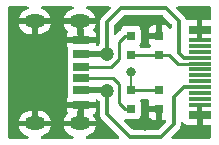
<source format=gbr>
%TF.GenerationSoftware,KiCad,Pcbnew,7.0.10*%
%TF.CreationDate,2024-06-03T15:36:03+09:00*%
%TF.ProjectId,JUICEJACK-DEFENDER,4a554943-454a-4414-934b-2d444546454e,rev?*%
%TF.SameCoordinates,PX6422c40PY592b260*%
%TF.FileFunction,Copper,L1,Top*%
%TF.FilePolarity,Positive*%
%FSLAX46Y46*%
G04 Gerber Fmt 4.6, Leading zero omitted, Abs format (unit mm)*
G04 Created by KiCad (PCBNEW 7.0.10) date 2024-06-03 15:36:03*
%MOMM*%
%LPD*%
G01*
G04 APERTURE LIST*
%TA.AperFunction,SMDPad,CuDef*%
%ADD10R,1.400000X0.700000*%
%TD*%
%TA.AperFunction,SMDPad,CuDef*%
%ADD11R,1.400000X0.760000*%
%TD*%
%TA.AperFunction,SMDPad,CuDef*%
%ADD12R,1.400000X0.800000*%
%TD*%
%TA.AperFunction,ComponentPad*%
%ADD13O,1.750000X1.150000*%
%TD*%
%TA.AperFunction,SMDPad,CuDef*%
%ADD14R,0.800000X0.800000*%
%TD*%
%TA.AperFunction,SMDPad,CuDef*%
%ADD15R,1.900000X0.300000*%
%TD*%
%TA.AperFunction,SMDPad,CuDef*%
%ADD16R,1.900000X0.700000*%
%TD*%
%TA.AperFunction,ViaPad*%
%ADD17C,0.800000*%
%TD*%
%TA.AperFunction,ViaPad*%
%ADD18C,1.200000*%
%TD*%
%TA.AperFunction,Conductor*%
%ADD19C,0.250000*%
%TD*%
%TA.AperFunction,Conductor*%
%ADD20C,0.200000*%
%TD*%
%TA.AperFunction,Conductor*%
%ADD21C,0.500000*%
%TD*%
%TA.AperFunction,Conductor*%
%ADD22C,0.300000*%
%TD*%
G04 APERTURE END LIST*
D10*
%TO.P,CN2,A5,CC1*%
%TO.N,/CC1*%
X6600000Y6500000D03*
D11*
%TO.P,CN2,A9,VBUS*%
%TO.N,VDD*%
X6600000Y4480000D03*
D12*
%TO.P,CN2,A12,GND*%
%TO.N,GND*%
X6600000Y3250000D03*
D10*
%TO.P,CN2,B5,CC2*%
%TO.N,/CC2*%
X6600000Y5500000D03*
D11*
%TO.P,CN2,B9,VBUS*%
%TO.N,VDD*%
X6600000Y7520000D03*
D12*
%TO.P,CN2,B12,GND*%
%TO.N,GND*%
X6600000Y8750000D03*
D13*
%TO.P,CN2,SH1,GND*%
X6450000Y10320000D03*
%TO.P,CN2,SH2,GND*%
X6450000Y1680000D03*
%TO.P,CN2,SH3,GND*%
X2650000Y10320000D03*
%TO.P,CN2,SH4,GND*%
X2650000Y1680000D03*
%TD*%
D14*
%TO.P,R2,1,1*%
%TO.N,/CC2-PLUG*%
X13200000Y4500000D03*
%TO.P,R2,2,2*%
%TO.N,GND*%
X13200000Y2900000D03*
%TD*%
D15*
%TO.P,CN1,A1,GND*%
%TO.N,GND*%
X16600000Y8750000D03*
%TO.P,CN1,A2,TX1+*%
%TO.N,unconnected-(CN1-TX1+-PadA2)*%
X16600000Y8250000D03*
%TO.P,CN1,A3,TX1-*%
%TO.N,unconnected-(CN1-TX1--PadA3)*%
X16600000Y7750000D03*
%TO.P,CN1,A4,VBUS*%
%TO.N,VDD*%
X16600000Y7250000D03*
%TO.P,CN1,A5,CC1*%
%TO.N,/CC1-PLUG*%
X16600000Y6750000D03*
%TO.P,CN1,A6,D1+*%
%TO.N,unconnected-(CN1-D1+-PadA6)*%
X16600000Y6250000D03*
%TO.P,CN1,A7,D1-*%
%TO.N,unconnected-(CN1-D1--PadA7)*%
X16600000Y5750000D03*
%TO.P,CN1,A8,SBU1*%
%TO.N,unconnected-(CN1-SBU1-PadA8)*%
X16600000Y5250000D03*
%TO.P,CN1,A9,VBUS*%
%TO.N,VDD*%
X16600000Y4750000D03*
%TO.P,CN1,A10,RX2-*%
%TO.N,unconnected-(CN1-RX2--PadA10)*%
X16600000Y4250000D03*
%TO.P,CN1,A11,RX2+*%
%TO.N,unconnected-(CN1-RX2+-PadA11)*%
X16600000Y3750000D03*
%TO.P,CN1,A12,GND*%
%TO.N,GND*%
X16600000Y3250000D03*
D16*
%TO.P,CN1,SH1,GND*%
X16600000Y2400000D03*
%TO.P,CN1,SH2,GND*%
X16600000Y9600000D03*
%TD*%
D14*
%TO.P,R3,1,1*%
%TO.N,/CC1-PLUG*%
X10800000Y7500000D03*
%TO.P,R3,2,2*%
%TO.N,/CC1*%
X10800000Y9100000D03*
%TD*%
%TO.P,R4,1,1*%
%TO.N,/CC2-PLUG*%
X10800000Y4500000D03*
%TO.P,R4,2,2*%
%TO.N,/CC2*%
X10800000Y2900000D03*
%TD*%
%TO.P,R1,1,1*%
%TO.N,/CC1-PLUG*%
X13200000Y7500000D03*
%TO.P,R1,2,2*%
%TO.N,GND*%
X13200000Y9100000D03*
%TD*%
D17*
%TO.N,GND*%
X4500000Y4500000D03*
X4500000Y7500000D03*
X12000000Y1500000D03*
X12050000Y10400000D03*
X16600000Y11000000D03*
X16600000Y1000000D03*
D18*
%TO.N,VDD*%
X8750000Y7520000D03*
X8750000Y4450000D03*
D17*
%TO.N,/CC2-PLUG*%
X10800000Y6050000D03*
%TD*%
D19*
%TO.N,/CC1-PLUG*%
X14800000Y6750000D02*
X16600000Y6750000D01*
X14050000Y7500000D02*
X14800000Y6750000D01*
X13200000Y7500000D02*
X14050000Y7500000D01*
%TO.N,/CC2-PLUG*%
X10800000Y4500000D02*
X13200000Y4500000D01*
D20*
X10800000Y6050000D02*
X10800000Y4500000D01*
D21*
%TO.N,GND*%
X4500000Y8400000D02*
X4500000Y7500000D01*
X6600000Y8750000D02*
X4850000Y8750000D01*
X4850000Y8750000D02*
X4500000Y8400000D01*
X4500000Y3500000D02*
X4500000Y4500000D01*
X4750000Y3250000D02*
X4500000Y3500000D01*
X6600000Y3250000D02*
X4750000Y3250000D01*
D19*
%TO.N,/CC1*%
X9100000Y6500000D02*
X6765000Y6500000D01*
X9750000Y8600000D02*
X9750000Y7150000D01*
X10250000Y9100000D02*
X9750000Y8600000D01*
X10800000Y9100000D02*
X10250000Y9100000D01*
X9750000Y7150000D02*
X9100000Y6500000D01*
%TO.N,/CC2*%
X9750000Y5000000D02*
X9250000Y5500000D01*
X9750000Y3400000D02*
X9750000Y5000000D01*
X10250000Y2900000D02*
X9750000Y3400000D01*
X10800000Y2900000D02*
X10250000Y2900000D01*
X9250000Y5500000D02*
X6765000Y5500000D01*
%TO.N,/CC1-PLUG*%
X10800000Y7500000D02*
X13200000Y7500000D01*
%TO.N,GND*%
X13200000Y1650000D02*
X13200000Y2700000D01*
X13150000Y1600000D02*
X13200000Y1650000D01*
X12000000Y1600000D02*
X13150000Y1600000D01*
X13200000Y10200000D02*
X13200000Y9300000D01*
X12050000Y10350000D02*
X13050000Y10350000D01*
X13050000Y10350000D02*
X13200000Y10200000D01*
D22*
X16600000Y2400000D02*
X16600000Y1000000D01*
X16600000Y9600000D02*
X16600000Y11000000D01*
%TO.N,VDD*%
X15250000Y4750000D02*
X16700000Y4750000D01*
X14400000Y3900000D02*
X15250000Y4750000D01*
X13350000Y550000D02*
X14400000Y1600000D01*
X14400000Y1600000D02*
X14400000Y3900000D01*
X10700000Y550000D02*
X13350000Y550000D01*
X8750000Y2500000D02*
X10700000Y550000D01*
X8750000Y4450000D02*
X8750000Y2500000D01*
X14850000Y10350000D02*
X14850000Y7650000D01*
X15250000Y7250000D02*
X16700000Y7250000D01*
X9950000Y11450000D02*
X13750000Y11450000D01*
X13750000Y11450000D02*
X14850000Y10350000D01*
X14850000Y7650000D02*
X15250000Y7250000D01*
X8750000Y7550000D02*
X8750000Y10250000D01*
X8750000Y10250000D02*
X9950000Y11450000D01*
D21*
%TO.N,GND*%
X6600000Y3250000D02*
X6450000Y3100000D01*
X6600000Y8750000D02*
X7000000Y8750000D01*
X6450000Y8900000D02*
X6600000Y8750000D01*
D22*
X16600000Y2400000D02*
X16600000Y3250000D01*
D21*
X16600000Y2400000D02*
X16600000Y1250000D01*
D22*
X16600000Y8750000D02*
X16600000Y9600000D01*
D21*
%TO.N,VDD*%
X8750000Y7550000D02*
X6720000Y7550000D01*
X6690000Y7520000D02*
X6765000Y7520000D01*
X8720000Y4480000D02*
X6765000Y4480000D01*
X6720000Y7550000D02*
X6690000Y7520000D01*
X8750000Y4450000D02*
X8720000Y4480000D01*
%TD*%
%TA.AperFunction,Conductor*%
%TO.N,GND*%
G36*
X2096501Y11579815D02*
G01*
X2142256Y11527011D01*
X2152200Y11457853D01*
X2123175Y11394297D01*
X2064397Y11356523D01*
X1948648Y11322537D01*
X1766162Y11228459D01*
X1604793Y11101556D01*
X1604790Y11101552D01*
X1470345Y10946396D01*
X1367699Y10768607D01*
X1300550Y10574596D01*
X1299889Y10570000D01*
X2135517Y10570000D01*
X2064199Y10485007D01*
X2025000Y10377306D01*
X2025000Y10262694D01*
X2064199Y10154993D01*
X2135517Y10070000D01*
X1304468Y10070000D01*
X1329503Y9966805D01*
X1414787Y9780057D01*
X1414789Y9780053D01*
X1533870Y9612827D01*
X1533875Y9612821D01*
X1682456Y9471149D01*
X1855165Y9360156D01*
X2045761Y9283853D01*
X2247349Y9245000D01*
X2400000Y9245000D01*
X2400000Y9995000D01*
X2900000Y9995000D01*
X2900000Y9245000D01*
X3001205Y9245000D01*
X3154370Y9259626D01*
X3154374Y9259627D01*
X3351351Y9317464D01*
X3533837Y9411542D01*
X3695206Y9538445D01*
X3695209Y9538449D01*
X3829654Y9693605D01*
X3932300Y9871394D01*
X3999449Y10065405D01*
X4000111Y10070000D01*
X3164483Y10070000D01*
X3235801Y10154993D01*
X3275000Y10262694D01*
X3275000Y10377306D01*
X3235801Y10485007D01*
X3164483Y10570000D01*
X3995532Y10570000D01*
X3995531Y10570001D01*
X3970496Y10673196D01*
X3885212Y10859944D01*
X3885210Y10859948D01*
X3766129Y11027174D01*
X3766124Y11027180D01*
X3617543Y11168852D01*
X3444834Y11279845D01*
X3254240Y11356147D01*
X3252961Y11356522D01*
X3252397Y11356885D01*
X3248756Y11358342D01*
X3249036Y11359044D01*
X3194182Y11394296D01*
X3165156Y11457851D01*
X3175099Y11527010D01*
X3220853Y11579814D01*
X3287892Y11599500D01*
X5829462Y11599500D01*
X5896501Y11579815D01*
X5942256Y11527011D01*
X5952200Y11457853D01*
X5923175Y11394297D01*
X5864397Y11356523D01*
X5748648Y11322537D01*
X5566162Y11228459D01*
X5404793Y11101556D01*
X5404790Y11101552D01*
X5270345Y10946396D01*
X5167699Y10768607D01*
X5100550Y10574596D01*
X5099889Y10570000D01*
X5935517Y10570000D01*
X5864199Y10485007D01*
X5825000Y10377306D01*
X5825000Y10262694D01*
X5864199Y10154993D01*
X5935517Y10070000D01*
X5104468Y10070000D01*
X5129503Y9966805D01*
X5214787Y9780057D01*
X5214789Y9780053D01*
X5333870Y9612827D01*
X5333875Y9612821D01*
X5425974Y9525005D01*
X5460909Y9464496D01*
X5457584Y9394706D01*
X5456586Y9391930D01*
X5406403Y9257383D01*
X5406401Y9257373D01*
X5400000Y9197845D01*
X5400000Y9000000D01*
X6350000Y9000000D01*
X6350000Y9202000D01*
X6324000Y9202000D01*
X6256961Y9221685D01*
X6211206Y9274489D01*
X6200000Y9326000D01*
X6200000Y9995000D01*
X6700000Y9995000D01*
X6700000Y9693000D01*
X6726000Y9693000D01*
X6793039Y9673315D01*
X6838794Y9620511D01*
X6850000Y9569000D01*
X6850000Y9000000D01*
X7800000Y9000000D01*
X7800000Y9197828D01*
X7799999Y9197845D01*
X7793598Y9257373D01*
X7793596Y9257380D01*
X7743354Y9392087D01*
X7743350Y9392094D01*
X7657191Y9507186D01*
X7649131Y9513220D01*
X7607259Y9569154D01*
X7602275Y9638845D01*
X7627004Y9688241D01*
X7626228Y9688793D01*
X7629652Y9693603D01*
X7732300Y9871394D01*
X7799449Y10065405D01*
X7800111Y10070000D01*
X6964483Y10070000D01*
X7035801Y10154993D01*
X7075000Y10262694D01*
X7075000Y10377306D01*
X7035801Y10485007D01*
X6964483Y10570000D01*
X7795532Y10570000D01*
X7795531Y10570001D01*
X7770496Y10673196D01*
X7685212Y10859944D01*
X7685210Y10859948D01*
X7566129Y11027174D01*
X7566124Y11027180D01*
X7417543Y11168852D01*
X7244834Y11279845D01*
X7054240Y11356147D01*
X7052961Y11356522D01*
X7052397Y11356885D01*
X7048756Y11358342D01*
X7049036Y11359044D01*
X6994182Y11394296D01*
X6965156Y11457851D01*
X6975099Y11527010D01*
X7020853Y11579814D01*
X7087892Y11599500D01*
X8950903Y11599500D01*
X9017942Y11579815D01*
X9063697Y11527011D01*
X9073641Y11457853D01*
X9044616Y11394297D01*
X9038584Y11387819D01*
X8358965Y10708202D01*
X8346774Y10697510D01*
X8321718Y10678283D01*
X8297549Y10646787D01*
X8297550Y10646786D01*
X8225464Y10552842D01*
X8225461Y10552837D01*
X8164957Y10406766D01*
X8164955Y10406761D01*
X8144318Y10250002D01*
X8144318Y10250001D01*
X8148439Y10218699D01*
X8149500Y10202513D01*
X8149500Y8444803D01*
X8129815Y8377764D01*
X8104164Y8348949D01*
X8018499Y8278646D01*
X7954189Y8251334D01*
X7939835Y8250500D01*
X7924000Y8250500D01*
X7856961Y8270185D01*
X7811206Y8322989D01*
X7800000Y8374500D01*
X7800000Y8500000D01*
X5400000Y8500000D01*
X5400000Y8302156D01*
X5406401Y8242628D01*
X5406403Y8242621D01*
X5459746Y8099601D01*
X5457022Y8098586D01*
X5468746Y8044661D01*
X5462105Y8012570D01*
X5452355Y7984705D01*
X5452353Y7984695D01*
X5449500Y7954270D01*
X5449500Y7085731D01*
X5452353Y7055301D01*
X5452354Y7055297D01*
X5459123Y7035952D01*
X5462684Y6966174D01*
X5459123Y6954048D01*
X5452354Y6934704D01*
X5452353Y6934700D01*
X5449500Y6904270D01*
X5449500Y6095731D01*
X5452353Y6065306D01*
X5452354Y6065299D01*
X5460873Y6040953D01*
X5464434Y5971174D01*
X5460873Y5959047D01*
X5452354Y5934702D01*
X5452353Y5934695D01*
X5449500Y5904270D01*
X5449500Y5095731D01*
X5452353Y5065301D01*
X5452354Y5065297D01*
X5459123Y5045952D01*
X5462684Y4976174D01*
X5459123Y4964048D01*
X5452354Y4944704D01*
X5452353Y4944700D01*
X5449500Y4914270D01*
X5449500Y4045731D01*
X5452353Y4015306D01*
X5452355Y4015296D01*
X5462105Y3987430D01*
X5465666Y3917651D01*
X5459121Y3900631D01*
X5459746Y3900398D01*
X5406403Y3757380D01*
X5406401Y3757373D01*
X5400000Y3697845D01*
X5400000Y3500000D01*
X7800000Y3500000D01*
X7800000Y3608496D01*
X7819685Y3675535D01*
X7872489Y3721290D01*
X7941647Y3731234D01*
X8002664Y3704350D01*
X8003589Y3703591D01*
X8003590Y3703590D01*
X8037775Y3675535D01*
X8104164Y3621052D01*
X8143499Y3563306D01*
X8149500Y3525198D01*
X8149500Y2547488D01*
X8148439Y2531303D01*
X8144318Y2500002D01*
X8144318Y2500000D01*
X8149500Y2460640D01*
X8149500Y2460639D01*
X8164955Y2343240D01*
X8164956Y2343238D01*
X8225464Y2197159D01*
X8278066Y2128607D01*
X8321719Y2071717D01*
X8346769Y2052496D01*
X8358964Y2041801D01*
X9788583Y612181D01*
X9822068Y550858D01*
X9817084Y481166D01*
X9775212Y425233D01*
X9709748Y400816D01*
X9700902Y400500D01*
X7070538Y400500D01*
X7003499Y420185D01*
X6957744Y472989D01*
X6947800Y542147D01*
X6976825Y605703D01*
X7035603Y643477D01*
X7151351Y677464D01*
X7333837Y771542D01*
X7495206Y898445D01*
X7495209Y898449D01*
X7629654Y1053605D01*
X7732300Y1231394D01*
X7799449Y1425405D01*
X7800111Y1430000D01*
X6964483Y1430000D01*
X7035801Y1514993D01*
X7075000Y1622694D01*
X7075000Y1737306D01*
X7035801Y1845007D01*
X6964483Y1930000D01*
X7795532Y1930000D01*
X7795531Y1930001D01*
X7770496Y2033196D01*
X7685212Y2219944D01*
X7685210Y2219948D01*
X7618959Y2312984D01*
X7596106Y2379010D01*
X7612579Y2446911D01*
X7645657Y2484179D01*
X7657188Y2492812D01*
X7657190Y2492814D01*
X7743352Y2607912D01*
X7743354Y2607914D01*
X7793596Y2742621D01*
X7793598Y2742628D01*
X7799999Y2802156D01*
X7800000Y2802173D01*
X7800000Y3000000D01*
X6850000Y3000000D01*
X6850000Y2431000D01*
X6830315Y2363961D01*
X6777511Y2318206D01*
X6726000Y2307000D01*
X6700000Y2307000D01*
X6700000Y2005000D01*
X6200000Y2005000D01*
X6200000Y2674000D01*
X6219685Y2741039D01*
X6272489Y2786794D01*
X6324000Y2798000D01*
X6350000Y2798000D01*
X6350000Y3000000D01*
X5400000Y3000000D01*
X5400000Y2802156D01*
X5406401Y2742628D01*
X5406403Y2742621D01*
X5455453Y2611111D01*
X5460437Y2541419D01*
X5426952Y2480096D01*
X5415924Y2470309D01*
X5404795Y2461558D01*
X5404790Y2461552D01*
X5270345Y2306396D01*
X5167699Y2128607D01*
X5100550Y1934596D01*
X5099889Y1930000D01*
X5935517Y1930000D01*
X5864199Y1845007D01*
X5825000Y1737306D01*
X5825000Y1622694D01*
X5864199Y1514993D01*
X5935517Y1430000D01*
X5104468Y1430000D01*
X5129503Y1326805D01*
X5214787Y1140057D01*
X5214789Y1140053D01*
X5333870Y972827D01*
X5333875Y972821D01*
X5482456Y831149D01*
X5655165Y720156D01*
X5845759Y643854D01*
X5847039Y643478D01*
X5847602Y643116D01*
X5851244Y641658D01*
X5850963Y640957D01*
X5905818Y605704D01*
X5934844Y542149D01*
X5924901Y472990D01*
X5879147Y420186D01*
X5812108Y400500D01*
X3270538Y400500D01*
X3203499Y420185D01*
X3157744Y472989D01*
X3147800Y542147D01*
X3176825Y605703D01*
X3235603Y643477D01*
X3351351Y677464D01*
X3533837Y771542D01*
X3695206Y898445D01*
X3695209Y898449D01*
X3829654Y1053605D01*
X3932300Y1231394D01*
X3999449Y1425405D01*
X4000111Y1430000D01*
X3164483Y1430000D01*
X3235801Y1514993D01*
X3275000Y1622694D01*
X3275000Y1737306D01*
X3235801Y1845007D01*
X3164483Y1930000D01*
X3995532Y1930000D01*
X3995531Y1930001D01*
X3970496Y2033196D01*
X3885212Y2219944D01*
X3885210Y2219948D01*
X3766129Y2387174D01*
X3766124Y2387180D01*
X3617543Y2528852D01*
X3444834Y2639845D01*
X3254238Y2716148D01*
X3052651Y2755000D01*
X2900000Y2755000D01*
X2900000Y2005000D01*
X2400000Y2005000D01*
X2400000Y2755000D01*
X2298795Y2755000D01*
X2145629Y2740375D01*
X2145625Y2740374D01*
X1948648Y2682537D01*
X1766162Y2588459D01*
X1604793Y2461556D01*
X1604790Y2461552D01*
X1470345Y2306396D01*
X1367699Y2128607D01*
X1300550Y1934596D01*
X1299889Y1930000D01*
X2135517Y1930000D01*
X2064199Y1845007D01*
X2025000Y1737306D01*
X2025000Y1622694D01*
X2064199Y1514993D01*
X2135517Y1430000D01*
X1304468Y1430000D01*
X1329503Y1326805D01*
X1414787Y1140057D01*
X1414789Y1140053D01*
X1533870Y972827D01*
X1533875Y972821D01*
X1682456Y831149D01*
X1855165Y720156D01*
X2045759Y643854D01*
X2047039Y643478D01*
X2047602Y643116D01*
X2051244Y641658D01*
X2050963Y640957D01*
X2105818Y605704D01*
X2134844Y542149D01*
X2124901Y472990D01*
X2079147Y420186D01*
X2012108Y400500D01*
X524500Y400500D01*
X457461Y420185D01*
X411706Y472989D01*
X400500Y524500D01*
X400500Y11475500D01*
X420185Y11542539D01*
X472989Y11588294D01*
X524500Y11599500D01*
X2029462Y11599500D01*
X2096501Y11579815D01*
G37*
%TD.AperFunction*%
%TA.AperFunction,Conductor*%
G36*
X16793039Y3129815D02*
G01*
X16838794Y3077011D01*
X16850000Y3025500D01*
X16850000Y1550000D01*
X17475500Y1550000D01*
X17542539Y1530315D01*
X17588294Y1477511D01*
X17599500Y1426000D01*
X17599500Y524500D01*
X17579815Y457461D01*
X17527011Y411706D01*
X17475500Y400500D01*
X14349097Y400500D01*
X14282058Y420185D01*
X14236303Y472989D01*
X14226359Y542147D01*
X14255384Y605703D01*
X14261416Y612181D01*
X14377655Y728422D01*
X14791044Y1141811D01*
X14803222Y1152490D01*
X14828282Y1171718D01*
X14924536Y1297159D01*
X14985044Y1443238D01*
X15000500Y1560639D01*
X15005682Y1600000D01*
X15001561Y1631303D01*
X15000500Y1647488D01*
X15000500Y1710731D01*
X15020185Y1777770D01*
X15072989Y1823525D01*
X15142147Y1833469D01*
X15205703Y1804444D01*
X15223766Y1785042D01*
X15292809Y1692813D01*
X15292812Y1692810D01*
X15407906Y1606650D01*
X15407913Y1606646D01*
X15542620Y1556404D01*
X15542627Y1556402D01*
X15602155Y1550001D01*
X15602172Y1550000D01*
X16350000Y1550000D01*
X16350000Y3025500D01*
X16369685Y3092539D01*
X16422489Y3138294D01*
X16474000Y3149500D01*
X16726000Y3149500D01*
X16793039Y3129815D01*
G37*
%TD.AperFunction*%
%TA.AperFunction,Conductor*%
G36*
X12314299Y3704815D02*
G01*
X12360054Y3652011D01*
X12369998Y3582853D01*
X12359256Y3550582D01*
X12359746Y3550399D01*
X12306403Y3407380D01*
X12306401Y3407373D01*
X12300000Y3347845D01*
X12300000Y3150000D01*
X13326000Y3150000D01*
X13393039Y3130315D01*
X13438794Y3077511D01*
X13450000Y3026000D01*
X13450000Y2000000D01*
X13651149Y2000000D01*
X13651149Y1998264D01*
X13712522Y1983914D01*
X13761157Y1933749D01*
X13774949Y1865254D01*
X13749521Y1800176D01*
X13739098Y1788334D01*
X13137584Y1186819D01*
X13076261Y1153334D01*
X13049903Y1150500D01*
X11000098Y1150500D01*
X10933059Y1170185D01*
X10912417Y1186819D01*
X10261417Y1837819D01*
X10227932Y1899142D01*
X10232916Y1968834D01*
X10274788Y2024767D01*
X10340252Y2049184D01*
X10349098Y2049500D01*
X11254270Y2049500D01*
X11284699Y2052354D01*
X11284701Y2052354D01*
X11348790Y2074781D01*
X11412882Y2097207D01*
X11522150Y2177850D01*
X11602793Y2287118D01*
X11625219Y2351210D01*
X11647646Y2415299D01*
X11647646Y2415301D01*
X11650500Y2445731D01*
X11650500Y2650000D01*
X12300000Y2650000D01*
X12300000Y2452156D01*
X12306401Y2392628D01*
X12306403Y2392621D01*
X12356645Y2257914D01*
X12356649Y2257907D01*
X12442809Y2142813D01*
X12442812Y2142810D01*
X12557906Y2056650D01*
X12557913Y2056646D01*
X12692620Y2006404D01*
X12692627Y2006402D01*
X12752155Y2000001D01*
X12752172Y2000000D01*
X12950000Y2000000D01*
X12950000Y2650000D01*
X12300000Y2650000D01*
X11650500Y2650000D01*
X11650500Y3354270D01*
X11647646Y3384700D01*
X11647646Y3384702D01*
X11614006Y3480837D01*
X11602793Y3512882D01*
X11592471Y3526868D01*
X11568501Y3592495D01*
X11583816Y3660665D01*
X11633556Y3709734D01*
X11692242Y3724500D01*
X12247260Y3724500D01*
X12314299Y3704815D01*
G37*
%TD.AperFunction*%
%TA.AperFunction,Conductor*%
G36*
X13516942Y10829815D02*
G01*
X13537584Y10813181D01*
X14213181Y10137584D01*
X14246666Y10076261D01*
X14249500Y10049903D01*
X14249500Y9839270D01*
X14229815Y9772231D01*
X14177011Y9726476D01*
X14107853Y9716532D01*
X14044297Y9745557D01*
X14026234Y9764958D01*
X13957187Y9857191D01*
X13842093Y9943351D01*
X13842086Y9943355D01*
X13707379Y9993597D01*
X13707372Y9993599D01*
X13647844Y10000000D01*
X13450000Y10000000D01*
X13450000Y8974000D01*
X13430315Y8906961D01*
X13377511Y8861206D01*
X13326000Y8850000D01*
X12300000Y8850000D01*
X12300000Y8652156D01*
X12306401Y8592628D01*
X12306403Y8592621D01*
X12356645Y8457914D01*
X12356649Y8457907D01*
X12448125Y8335712D01*
X12445796Y8333969D01*
X12472237Y8285547D01*
X12467253Y8215855D01*
X12450842Y8185557D01*
X12406791Y8125868D01*
X12351144Y8083616D01*
X12307020Y8075500D01*
X11692980Y8075500D01*
X11625941Y8095185D01*
X11593210Y8125866D01*
X11584517Y8137645D01*
X11522150Y8222150D01*
X11522148Y8222152D01*
X11519037Y8226367D01*
X11495066Y8291996D01*
X11510381Y8360167D01*
X11519037Y8373635D01*
X11522145Y8377847D01*
X11522150Y8377850D01*
X11602793Y8487118D01*
X11639710Y8592621D01*
X11647646Y8615299D01*
X11647646Y8615301D01*
X11650500Y8645731D01*
X11650500Y9350000D01*
X12300000Y9350000D01*
X12950000Y9350000D01*
X12950000Y10000000D01*
X12752155Y10000000D01*
X12692627Y9993599D01*
X12692620Y9993597D01*
X12557913Y9943355D01*
X12557906Y9943351D01*
X12442812Y9857191D01*
X12442809Y9857188D01*
X12356649Y9742094D01*
X12356645Y9742087D01*
X12306403Y9607380D01*
X12306401Y9607373D01*
X12300000Y9547845D01*
X12300000Y9350000D01*
X11650500Y9350000D01*
X11650500Y9554270D01*
X11647646Y9584700D01*
X11647646Y9584702D01*
X11602793Y9712881D01*
X11602792Y9712883D01*
X11592760Y9726476D01*
X11522150Y9822150D01*
X11412882Y9902793D01*
X11412880Y9902794D01*
X11284700Y9947647D01*
X11254270Y9950500D01*
X11254266Y9950500D01*
X10345734Y9950500D01*
X10345730Y9950500D01*
X10315300Y9947647D01*
X10315298Y9947647D01*
X10187119Y9902794D01*
X10187117Y9902793D01*
X10077850Y9822150D01*
X9997206Y9712881D01*
X9970457Y9636437D01*
X9929735Y9579661D01*
X9928903Y9579017D01*
X9871391Y9534886D01*
X9871366Y9534868D01*
X9871367Y9534867D01*
X9869732Y9533612D01*
X9869729Y9533610D01*
X9843158Y9513220D01*
X9839548Y9510450D01*
X9821332Y9486712D01*
X9810641Y9474523D01*
X9562181Y9226062D01*
X9500858Y9192577D01*
X9431167Y9197561D01*
X9375233Y9239432D01*
X9350816Y9304897D01*
X9350500Y9313743D01*
X9350500Y9949903D01*
X9370185Y10016942D01*
X9386819Y10037584D01*
X10162416Y10813181D01*
X10223739Y10846666D01*
X10250097Y10849500D01*
X13449903Y10849500D01*
X13516942Y10829815D01*
G37*
%TD.AperFunction*%
%TA.AperFunction,Conductor*%
G36*
X17542539Y11579815D02*
G01*
X17588294Y11527011D01*
X17599500Y11475500D01*
X17599500Y10574000D01*
X17579815Y10506961D01*
X17527011Y10461206D01*
X17475500Y10450000D01*
X16850000Y10450000D01*
X16850000Y8974500D01*
X16830315Y8907461D01*
X16777511Y8861706D01*
X16726000Y8850500D01*
X16474000Y8850500D01*
X16406961Y8870185D01*
X16361206Y8922989D01*
X16350000Y8974500D01*
X16350000Y10450000D01*
X15602155Y10450000D01*
X15556972Y10445141D01*
X15488212Y10457546D01*
X15437075Y10505156D01*
X15429158Y10520972D01*
X15377784Y10645000D01*
X15374538Y10652837D01*
X15374535Y10652842D01*
X15355013Y10678283D01*
X15302450Y10746785D01*
X15285706Y10768607D01*
X15278281Y10778284D01*
X15253229Y10797506D01*
X15241034Y10808201D01*
X14661416Y11387819D01*
X14627931Y11449142D01*
X14632915Y11518834D01*
X14674787Y11574767D01*
X14740251Y11599184D01*
X14749097Y11599500D01*
X17475500Y11599500D01*
X17542539Y11579815D01*
G37*
%TD.AperFunction*%
%TD*%
M02*

</source>
